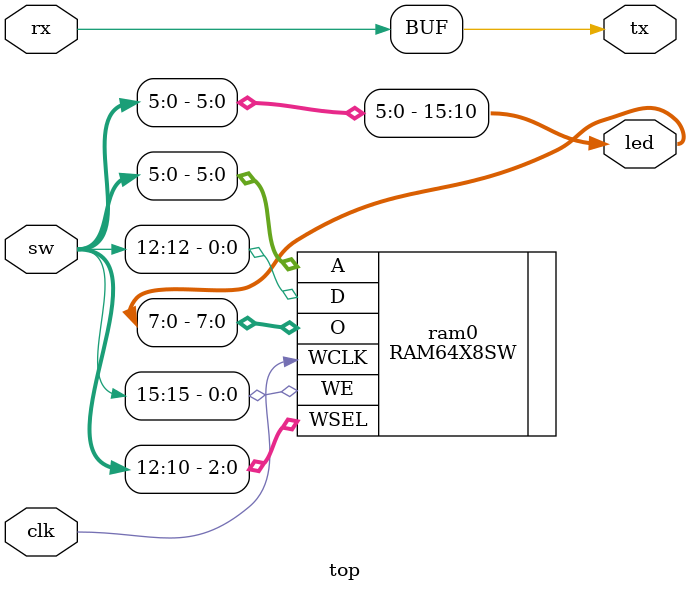
<source format=v>

module top (
    input  wire clk,

    input  wire rx,
    output wire tx,

    input  wire [15:0] sw,
    output wire [15:0] led
);
    RAM64X8SW #(
        .INIT_A(64'b0000000111111111111111011111100111110001111000011100000110000001),
        .INIT_B(64'b0000001111111111111110111111001111100011110000111000001100000010),
        .INIT_C(64'b0000011111111111111101111110011111000111100001110000011000000100),
        .INIT_D(64'b0000111111111111111011111100111110001111000011100000110000001000),
        .INIT_E(64'b0001111111111111110111111001111100011110000111000001100000010000),
        .INIT_F(64'b0011111111111111101111110011111000111100001110000011000000100000),
        .INIT_G(64'b0111111111111111011111100111110001111000011100000110000001000000),
        .INIT_H(64'b1111111111111110111111001111100011110000111000001100000010000000)
    ) ram0 (
        .WCLK   (clk),
        .A      (sw[5:0]),
        .D      (sw[12]),
        .O      (led[7:0]),
        .WE     (sw[15]),
        .WSEL   (sw[12:10])
    );

    assign led[15:10] = sw[5:0];
    assign tx = rx;

endmodule

</source>
